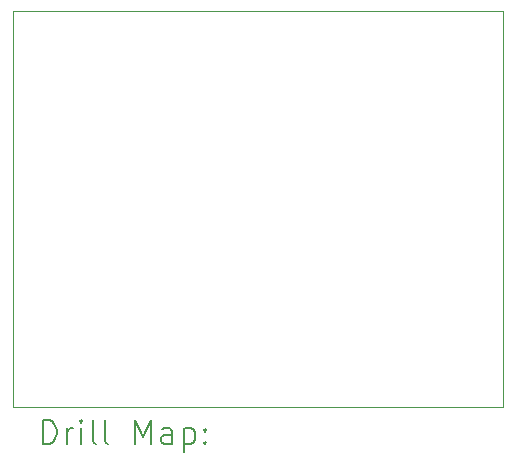
<source format=gbr>
%TF.GenerationSoftware,KiCad,Pcbnew,8.0.2*%
%TF.CreationDate,2024-09-09T09:37:15-05:00*%
%TF.ProjectId,wh3lk,7768336c-6b2e-46b6-9963-61645f706362,v2.0.0a*%
%TF.SameCoordinates,Original*%
%TF.FileFunction,Drillmap*%
%TF.FilePolarity,Positive*%
%FSLAX45Y45*%
G04 Gerber Fmt 4.5, Leading zero omitted, Abs format (unit mm)*
G04 Created by KiCad (PCBNEW 8.0.2) date 2024-09-09 09:37:15*
%MOMM*%
%LPD*%
G01*
G04 APERTURE LIST*
%ADD10C,0.050000*%
%ADD11C,0.200000*%
G04 APERTURE END LIST*
D10*
X5650000Y-5850000D02*
X9800000Y-5850000D01*
X9800000Y-9200000D01*
X5650000Y-9200000D01*
X5650000Y-5850000D01*
D11*
X5908277Y-9513984D02*
X5908277Y-9313984D01*
X5908277Y-9313984D02*
X5955896Y-9313984D01*
X5955896Y-9313984D02*
X5984467Y-9323508D01*
X5984467Y-9323508D02*
X6003515Y-9342555D01*
X6003515Y-9342555D02*
X6013039Y-9361603D01*
X6013039Y-9361603D02*
X6022562Y-9399698D01*
X6022562Y-9399698D02*
X6022562Y-9428270D01*
X6022562Y-9428270D02*
X6013039Y-9466365D01*
X6013039Y-9466365D02*
X6003515Y-9485412D01*
X6003515Y-9485412D02*
X5984467Y-9504460D01*
X5984467Y-9504460D02*
X5955896Y-9513984D01*
X5955896Y-9513984D02*
X5908277Y-9513984D01*
X6108277Y-9513984D02*
X6108277Y-9380650D01*
X6108277Y-9418746D02*
X6117801Y-9399698D01*
X6117801Y-9399698D02*
X6127324Y-9390174D01*
X6127324Y-9390174D02*
X6146372Y-9380650D01*
X6146372Y-9380650D02*
X6165420Y-9380650D01*
X6232086Y-9513984D02*
X6232086Y-9380650D01*
X6232086Y-9313984D02*
X6222562Y-9323508D01*
X6222562Y-9323508D02*
X6232086Y-9333031D01*
X6232086Y-9333031D02*
X6241610Y-9323508D01*
X6241610Y-9323508D02*
X6232086Y-9313984D01*
X6232086Y-9313984D02*
X6232086Y-9333031D01*
X6355896Y-9513984D02*
X6336848Y-9504460D01*
X6336848Y-9504460D02*
X6327324Y-9485412D01*
X6327324Y-9485412D02*
X6327324Y-9313984D01*
X6460658Y-9513984D02*
X6441610Y-9504460D01*
X6441610Y-9504460D02*
X6432086Y-9485412D01*
X6432086Y-9485412D02*
X6432086Y-9313984D01*
X6689229Y-9513984D02*
X6689229Y-9313984D01*
X6689229Y-9313984D02*
X6755896Y-9456841D01*
X6755896Y-9456841D02*
X6822562Y-9313984D01*
X6822562Y-9313984D02*
X6822562Y-9513984D01*
X7003515Y-9513984D02*
X7003515Y-9409222D01*
X7003515Y-9409222D02*
X6993991Y-9390174D01*
X6993991Y-9390174D02*
X6974943Y-9380650D01*
X6974943Y-9380650D02*
X6936848Y-9380650D01*
X6936848Y-9380650D02*
X6917801Y-9390174D01*
X7003515Y-9504460D02*
X6984467Y-9513984D01*
X6984467Y-9513984D02*
X6936848Y-9513984D01*
X6936848Y-9513984D02*
X6917801Y-9504460D01*
X6917801Y-9504460D02*
X6908277Y-9485412D01*
X6908277Y-9485412D02*
X6908277Y-9466365D01*
X6908277Y-9466365D02*
X6917801Y-9447317D01*
X6917801Y-9447317D02*
X6936848Y-9437793D01*
X6936848Y-9437793D02*
X6984467Y-9437793D01*
X6984467Y-9437793D02*
X7003515Y-9428270D01*
X7098753Y-9380650D02*
X7098753Y-9580650D01*
X7098753Y-9390174D02*
X7117801Y-9380650D01*
X7117801Y-9380650D02*
X7155896Y-9380650D01*
X7155896Y-9380650D02*
X7174943Y-9390174D01*
X7174943Y-9390174D02*
X7184467Y-9399698D01*
X7184467Y-9399698D02*
X7193991Y-9418746D01*
X7193991Y-9418746D02*
X7193991Y-9475889D01*
X7193991Y-9475889D02*
X7184467Y-9494936D01*
X7184467Y-9494936D02*
X7174943Y-9504460D01*
X7174943Y-9504460D02*
X7155896Y-9513984D01*
X7155896Y-9513984D02*
X7117801Y-9513984D01*
X7117801Y-9513984D02*
X7098753Y-9504460D01*
X7279705Y-9494936D02*
X7289229Y-9504460D01*
X7289229Y-9504460D02*
X7279705Y-9513984D01*
X7279705Y-9513984D02*
X7270182Y-9504460D01*
X7270182Y-9504460D02*
X7279705Y-9494936D01*
X7279705Y-9494936D02*
X7279705Y-9513984D01*
X7279705Y-9390174D02*
X7289229Y-9399698D01*
X7289229Y-9399698D02*
X7279705Y-9409222D01*
X7279705Y-9409222D02*
X7270182Y-9399698D01*
X7270182Y-9399698D02*
X7279705Y-9390174D01*
X7279705Y-9390174D02*
X7279705Y-9409222D01*
M02*

</source>
